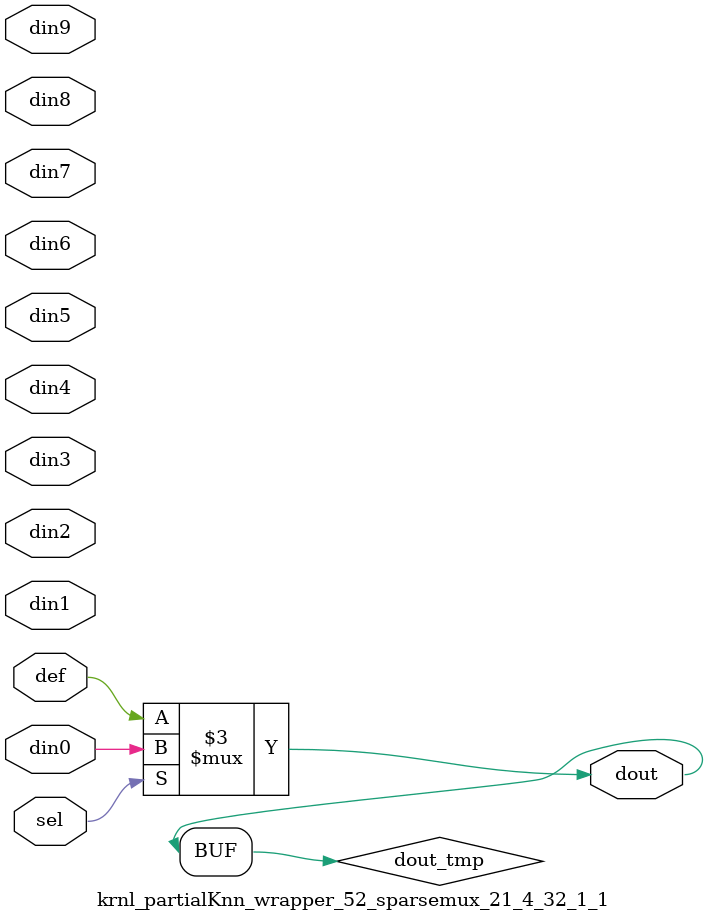
<source format=v>
`timescale 1ns / 1ps

module krnl_partialKnn_wrapper_52_sparsemux_21_4_32_1_1 (din0,din1,din2,din3,din4,din5,din6,din7,din8,din9,def,sel,dout);

parameter din0_WIDTH = 1;

parameter din1_WIDTH = 1;

parameter din2_WIDTH = 1;

parameter din3_WIDTH = 1;

parameter din4_WIDTH = 1;

parameter din5_WIDTH = 1;

parameter din6_WIDTH = 1;

parameter din7_WIDTH = 1;

parameter din8_WIDTH = 1;

parameter din9_WIDTH = 1;

parameter def_WIDTH = 1;
parameter sel_WIDTH = 1;
parameter dout_WIDTH = 1;

parameter [sel_WIDTH-1:0] CASE0 = 1;

parameter [sel_WIDTH-1:0] CASE1 = 1;

parameter [sel_WIDTH-1:0] CASE2 = 1;

parameter [sel_WIDTH-1:0] CASE3 = 1;

parameter [sel_WIDTH-1:0] CASE4 = 1;

parameter [sel_WIDTH-1:0] CASE5 = 1;

parameter [sel_WIDTH-1:0] CASE6 = 1;

parameter [sel_WIDTH-1:0] CASE7 = 1;

parameter [sel_WIDTH-1:0] CASE8 = 1;

parameter [sel_WIDTH-1:0] CASE9 = 1;

parameter ID = 1;
parameter NUM_STAGE = 1;



input [din0_WIDTH-1:0] din0;

input [din1_WIDTH-1:0] din1;

input [din2_WIDTH-1:0] din2;

input [din3_WIDTH-1:0] din3;

input [din4_WIDTH-1:0] din4;

input [din5_WIDTH-1:0] din5;

input [din6_WIDTH-1:0] din6;

input [din7_WIDTH-1:0] din7;

input [din8_WIDTH-1:0] din8;

input [din9_WIDTH-1:0] din9;

input [def_WIDTH-1:0] def;
input [sel_WIDTH-1:0] sel;

output [dout_WIDTH-1:0] dout;



reg [dout_WIDTH-1:0] dout_tmp;

always @ (*) begin
case (sel)
    
    CASE0 : dout_tmp = din0;
    
    CASE1 : dout_tmp = din1;
    
    CASE2 : dout_tmp = din2;
    
    CASE3 : dout_tmp = din3;
    
    CASE4 : dout_tmp = din4;
    
    CASE5 : dout_tmp = din5;
    
    CASE6 : dout_tmp = din6;
    
    CASE7 : dout_tmp = din7;
    
    CASE8 : dout_tmp = din8;
    
    CASE9 : dout_tmp = din9;
    
    default : dout_tmp = def;
endcase
end


assign dout = dout_tmp;



endmodule

</source>
